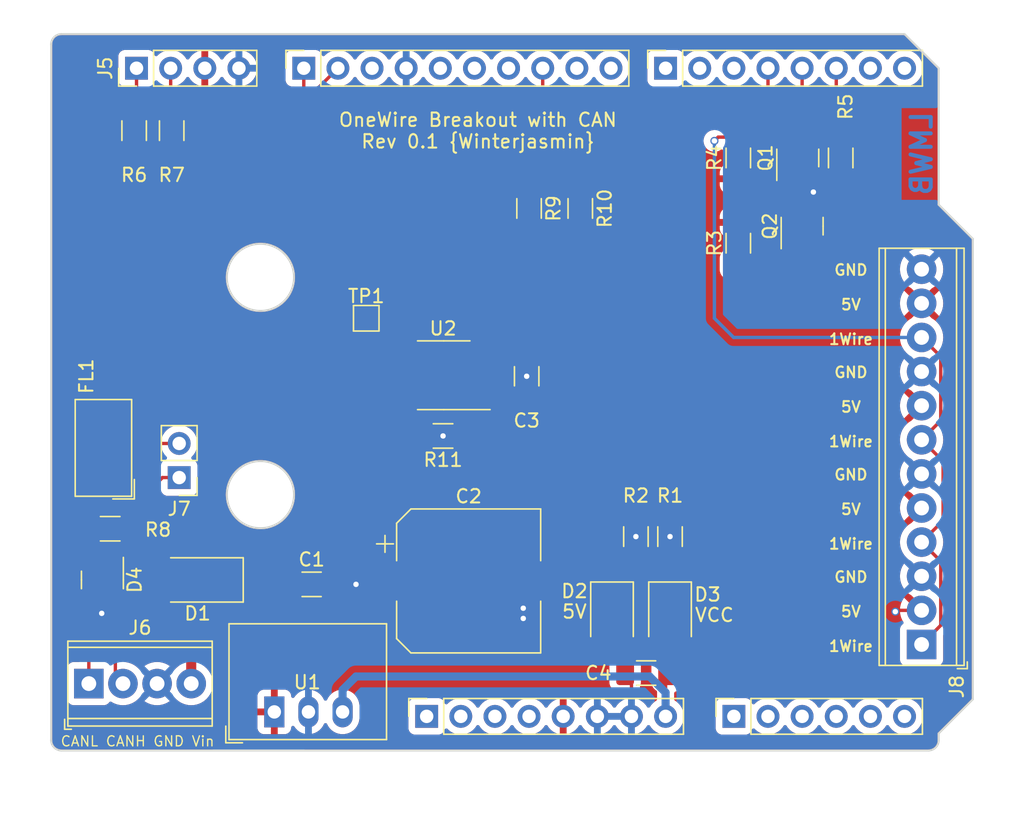
<source format=kicad_pcb>
(kicad_pcb (version 20240108) (generator "pcbnew") (generator_version "8.0")
  (title_block (date "mar. 31 mars 2015"))
  (layers (0 "F.Cu" signal) (31 "B.Cu" signal) (34 "B.Paste" user) (35 "F.Paste" user) (36 "B.SilkS" user "B.Silkscreen") (37 "F.SilkS" user "F.Silkscreen") (38 "B.Mask" user) (39 "F.Mask" user) (44 "Edge.Cuts" user))
  (net 0 "")
  (net 1 "GND")
  (net 3 "+5V")
  (net 4 "/IOREF")
  (net 5 "/A0")
  (net 6 "/A1")
  (net 7 "/A2")
  (net 8 "/A3")
  (net 9 "/SDA{slash}A4")
  (net 10 "/SCL{slash}A5")
  (net 11 "/13")
  (net 12 "/12")
  (net 13 "/AREF")
  (net 14 "/8")
  (net 15 "/7")
  (net 16 "/*11")
  (net 17 "/*10")
  (net 18 "/*9")
  (net 19 "/4")
  (net 20 "Net-(C1-Pad1)")
  (net 21 "/*6")
  (net 22 "/*5")
  (net 23 "/TX{slash}1")
  (net 24 "1WireRX")
  (net 25 "/RX{slash}0")
  (net 26 "+3V3")
  (net 27 "VCC")
  (net 28 "/~{RESET}")
  (net 29 "1WireTX")
  (net 30 "VPP")
  (net 31 "Net-(D2-Pad1)")
  (net 32 "Net-(D3-Pad1)")
  (net 33 "CAN_H")
  (net 34 "CAN_L")
  (net 35 "Net-(FL1-Pad2)")
  (net 36 "Net-(FL1-Pad3)")
  (net 37 "Net-(J5-Pad1)")
  (net 38 "Net-(J5-Pad2)")
  (net 39 "Net-(J7-Pad1)")
  (net 40 "Net-(Q1-Pad1)")
  (net 41 "Net-(Q2-Pad1)")
  (net 42 "Net-(R9-Pad2)")
  (net 43 "Net-(R10-Pad2)")
  (net 44 "Net-(R11-Pad1)")
  (net 45 "Net-(U2-Pad5)")
  (footprint "Connector_PinSocket_2.54mm:PinSocket_1x08_P2.54mm_Vertical" (layer "F.Cu") (at 127.94 97.46 90)
    (property "Reference" "J1" (hide yes))
    (property "Value" "Power")
    (fp_line (start 1.33 -1.33) (end 1.33 0) (stroke (width 0.12)) (layer "F.SilkS"))
    (fp_line (start 0 -1.33) (end 1.33 -1.33) (stroke (width 0.12)) (layer "F.SilkS"))
    (fp_line (start 1.33 1.27) (end 1.33 19.11) (stroke (width 0.12)) (layer "F.SilkS"))
    (fp_line (start -1.33 1.27) (end 1.33 1.27) (stroke (width 0.12)) (layer "F.SilkS"))
    (fp_line (start -1.33 1.27) (end -1.33 19.11) (stroke (width 0.12)) (layer "F.SilkS"))
    (fp_line (start -1.33 19.11) (end 1.33 19.11) (stroke (width 0.12)) (layer "F.SilkS"))
    (pad "1" thru_hole rect (at 0 0 90) (size 1.7 1.7) (drill 1) (layers "*.Cu" "*.Mask"))
    (pad "2" thru_hole oval (at 0 2.54 90) (size 1.7 1.7) (drill 1) (layers "*.Cu" "*.Mask") (net 4 "/IOREF"))
    (pad "3" thru_hole oval (at 0 5.08 90) (size 1.7 1.7) (drill 1) (layers "*.Cu" "*.Mask") (net 28 "/~{RESET}"))
    (pad "4" thru_hole oval (at 0 7.62 90) (size 1.7 1.7) (drill 1) (layers "*.Cu" "*.Mask") (net 26 "+3V3"))
    (pad "5" thru_hole oval (at 0 10.16 90) (size 1.7 1.7) (drill 1) (layers "*.Cu" "*.Mask") (net 3 "+5V"))
    (pad "6" thru_hole oval (at 0 12.7 90) (size 1.7 1.7) (drill 1) (layers "*.Cu" "*.Mask") (net 1 "GND"))
    (pad "7" thru_hole oval (at 0 15.24 90) (size 1.7 1.7) (drill 1) (layers "*.Cu" "*.Mask") (net 1 "GND"))
    (pad "8" thru_hole oval (at 0 17.78 90) (size 1.7 1.7) (drill 1) (layers "*.Cu" "*.Mask") (net 27 "VCC"))
  )
  (footprint "Connector_PinSocket_2.54mm:PinSocket_1x06_P2.54mm_Vertical" (layer "F.Cu") (at 150.8 97.46 90)
    (property "Reference" "J3" (hide yes))
    (property "Value" "Analog")
    (fp_line (start 1.33 -1.33) (end 1.33 0) (stroke (width 0.12)) (layer "F.SilkS"))
    (fp_line (start 0 -1.33) (end 1.33 -1.33) (stroke (width 0.12)) (layer "F.SilkS"))
    (fp_line (start 1.33 1.27) (end 1.33 14.03) (stroke (width 0.12)) (layer "F.SilkS"))
    (fp_line (start -1.33 1.27) (end 1.33 1.27) (stroke (width 0.12)) (layer "F.SilkS"))
    (fp_line (start -1.33 1.27) (end -1.33 14.03) (stroke (width 0.12)) (layer "F.SilkS"))
    (fp_line (start -1.33 14.03) (end 1.33 14.03) (stroke (width 0.12)) (layer "F.SilkS"))
    (pad "1" thru_hole rect (at 0 0 90) (size 1.7 1.7) (drill 1) (layers "*.Cu" "*.Mask") (net 5 "/A0"))
    (pad "2" thru_hole oval (at 0 2.54 90) (size 1.7 1.7) (drill 1) (layers "*.Cu" "*.Mask") (net 6 "/A1"))
    (pad "3" thru_hole oval (at 0 5.08 90) (size 1.7 1.7) (drill 1) (layers "*.Cu" "*.Mask") (net 7 "/A2"))
    (pad "4" thru_hole oval (at 0 7.62 90) (size 1.7 1.7) (drill 1) (layers "*.Cu" "*.Mask") (net 8 "/A3"))
    (pad "5" thru_hole oval (at 0 10.16 90) (size 1.7 1.7) (drill 1) (layers "*.Cu" "*.Mask") (net 9 "/SDA{slash}A4"))
    (pad "6" thru_hole oval (at 0 12.7 90) (size 1.7 1.7) (drill 1) (layers "*.Cu" "*.Mask") (net 10 "/SCL{slash}A5"))
  )
  (footprint "Connector_PinSocket_2.54mm:PinSocket_1x10_P2.54mm_Vertical" (layer "F.Cu") (at 118.796 49.2 90)
    (property "Reference" "J2" (hide yes))
    (property "Value" "Digital/PWM")
    (fp_line (start 1.33 -1.33) (end 1.33 0) (stroke (width 0.12)) (layer "F.SilkS"))
    (fp_line (start 0 -1.33) (end 1.33 -1.33) (stroke (width 0.12)) (layer "F.SilkS"))
    (fp_line (start 1.33 1.27) (end 1.33 24.19) (stroke (width 0.12)) (layer "F.SilkS"))
    (fp_line (start -1.33 1.27) (end 1.33 1.27) (stroke (width 0.12)) (layer "F.SilkS"))
    (fp_line (start -1.33 1.27) (end -1.33 24.19) (stroke (width 0.12)) (layer "F.SilkS"))
    (fp_line (start -1.33 24.19) (end 1.33 24.19) (stroke (width 0.12)) (layer "F.SilkS"))
    (pad "1" thru_hole rect (at 0 0 90) (size 1.7 1.7) (drill 1) (layers "*.Cu" "*.Mask") (net 10 "/SCL{slash}A5"))
    (pad "2" thru_hole oval (at 0 2.54 90) (size 1.7 1.7) (drill 1) (layers "*.Cu" "*.Mask") (net 9 "/SDA{slash}A4"))
    (pad "3" thru_hole oval (at 0 5.08 90) (size 1.7 1.7) (drill 1) (layers "*.Cu" "*.Mask") (net 13 "/AREF"))
    (pad "4" thru_hole oval (at 0 7.62 90) (size 1.7 1.7) (drill 1) (layers "*.Cu" "*.Mask") (net 1 "GND"))
    (pad "5" thru_hole oval (at 0 10.16 90) (size 1.7 1.7) (drill 1) (layers "*.Cu" "*.Mask") (net 11 "/13"))
    (pad "6" thru_hole oval (at 0 12.7 90) (size 1.7 1.7) (drill 1) (layers "*.Cu" "*.Mask") (net 12 "/12"))
    (pad "7" thru_hole oval (at 0 15.24 90) (size 1.7 1.7) (drill 1) (layers "*.Cu" "*.Mask") (net 16 "/*11"))
    (pad "8" thru_hole oval (at 0 17.78 90) (size 1.7 1.7) (drill 1) (layers "*.Cu" "*.Mask") (net 17 "/*10"))
    (pad "9" thru_hole oval (at 0 20.32 90) (size 1.7 1.7) (drill 1) (layers "*.Cu" "*.Mask") (net 18 "/*9"))
    (pad "10" thru_hole oval (at 0 22.86 90) (size 1.7 1.7) (drill 1) (layers "*.Cu" "*.Mask") (net 14 "/8"))
  )
  (footprint "Connector_PinSocket_2.54mm:PinSocket_1x08_P2.54mm_Vertical" (layer "F.Cu") (at 145.72 49.2 90)
    (property "Reference" "J4" (hide yes))
    (property "Value" "Digital/PWM")
    (fp_line (start 1.33 -1.33) (end 1.33 0) (stroke (width 0.12)) (layer "F.SilkS"))
    (fp_line (start 0 -1.33) (end 1.33 -1.33) (stroke (width 0.12)) (layer "F.SilkS"))
    (fp_line (start 1.33 1.27) (end 1.33 19.11) (stroke (width 0.12)) (layer "F.SilkS"))
    (fp_line (start -1.33 1.27) (end 1.33 1.27) (stroke (width 0.12)) (layer "F.SilkS"))
    (fp_line (start -1.33 1.27) (end -1.33 19.11) (stroke (width 0.12)) (layer "F.SilkS"))
    (fp_line (start -1.33 19.11) (end 1.33 19.11) (stroke (width 0.12)) (layer "F.SilkS"))
    (pad "1" thru_hole rect (at 0 0 90) (size 1.7 1.7) (drill 1) (layers "*.Cu" "*.Mask") (net 15 "/7"))
    (pad "2" thru_hole oval (at 0 2.54 90) (size 1.7 1.7) (drill 1) (layers "*.Cu" "*.Mask") (net 21 "/*6"))
    (pad "3" thru_hole oval (at 0 5.08 90) (size 1.7 1.7) (drill 1) (layers "*.Cu" "*.Mask") (net 22 "/*5"))
    (pad "4" thru_hole oval (at 0 7.62 90) (size 1.7 1.7) (drill 1) (layers "*.Cu" "*.Mask") (net 19 "/4"))
    (pad "5" thru_hole oval (at 0 10.16 90) (size 1.7 1.7) (drill 1) (layers "*.Cu" "*.Mask") (net 24 "1WireRX"))
    (pad "6" thru_hole oval (at 0 12.7 90) (size 1.7 1.7) (drill 1) (layers "*.Cu" "*.Mask") (net 29 "1WireTX"))
    (pad "7" thru_hole oval (at 0 15.24 90) (size 1.7 1.7) (drill 1) (layers "*.Cu" "*.Mask") (net 23 "/TX{slash}1"))
    (pad "8" thru_hole oval (at 0 17.78 90) (size 1.7 1.7) (drill 1) (layers "*.Cu" "*.Mask") (net 25 "/RX{slash}0"))
  )
  (footprint "Connector_PinHeader_2.54mm:PinHeader_1x04_P2.54mm_Vertical" (layer "F.Cu") (at 106.35 49.2 90)
    (property "Reference" "J5" (at 0 -2.33 90) (layer "F.SilkS"))
    (property "Value" "Conn_01x04")
    (fp_line (start -1.33 -1.33) (end 0 -1.33) (stroke (width 0.12)) (layer "F.SilkS"))
    (fp_line (start -1.33 0) (end -1.33 -1.33) (stroke (width 0.12)) (layer "F.SilkS"))
    (fp_line (start 1.33 1.27) (end 1.33 8.95) (stroke (width 0.12)) (layer "F.SilkS"))
    (fp_line (start -1.33 1.27) (end 1.33 1.27) (stroke (width 0.12)) (layer "F.SilkS"))
    (fp_line (start -1.33 1.27) (end -1.33 8.95) (stroke (width 0.12)) (layer "F.SilkS"))
    (fp_line (start -1.33 8.95) (end 1.33 8.95) (stroke (width 0.12)) (layer "F.SilkS"))
    (pad "1" thru_hole rect (at 0 0 90) (size 1.7 1.7) (drill 1) (layers "*.Cu" "*.Mask") (net 37 "Net-(J5-Pad1)"))
    (pad "2" thru_hole oval (at 0 2.54 90) (size 1.7 1.7) (drill 1) (layers "*.Cu" "*.Mask") (net 38 "Net-(J5-Pad2)"))
    (pad "3" thru_hole oval (at 0 5.08 90) (size 1.7 1.7) (drill 1) (layers "*.Cu" "*.Mask") (net 3 "+5V"))
    (pad "4" thru_hole oval (at 0 7.62 90) (size 1.7 1.7) (drill 1) (layers "*.Cu" "*.Mask") (net 1 "GND"))
  )
  (footprint "Resistor_SMD:R_1206_3216Metric_Pad1.30x1.75mm_HandSolder" (layer "F.Cu") (at 146.05 84.074 90)
    (property "Reference" "R1" (at 3.048 0 180) (layer "F.SilkS"))
    (property "Value" "10k")
    (fp_line (start -0.727064 -0.91) (end 0.727064 -0.91) (stroke (width 0.12)) (layer "F.SilkS"))
    (fp_line (start -0.727064 0.91) (end 0.727064 0.91) (stroke (width 0.12)) (layer "F.SilkS"))
    (pad "1" smd roundrect (at -1.55 0 90) (size 1.3 1.75) (layers "F.Cu" "F.Paste" "F.Mask") (roundrect_rratio 0.1923076923) (net 32 "Net-(D3-Pad1)"))
    (pad "2" smd roundrect (at 1.55 0 90) (size 1.3 1.75) (layers "F.Cu" "F.Paste" "F.Mask") (roundrect_rratio 0.1923076923) (net 1 "GND"))
  )
  (footprint "LED_SMD:LED_1210_3225Metric_Pad1.42x2.65mm_HandSolder" (layer "F.Cu") (at 146.05 89.916 -90)
    (property "Reference" "D3" (at -1.524 -2.794 0) (layer "F.SilkS"))
    (property "Value" "LED_YE")
    (fp_line (start -2.46 1.585) (end 1.6 1.585) (stroke (width 0.12)) (layer "F.SilkS"))
    (fp_line (start -2.46 -1.585) (end -2.46 1.585) (stroke (width 0.12)) (layer "F.SilkS"))
    (fp_line (start 1.6 -1.585) (end -2.46 -1.585) (stroke (width 0.12)) (layer "F.SilkS"))
    (pad "1" smd roundrect (at -1.4875 0 270) (size 1.425 2.65) (layers "F.Cu" "F.Paste" "F.Mask") (roundrect_rratio 0.1754392982) (net 32 "Net-(D3-Pad1)"))
    (pad "2" smd roundrect (at 1.4875 0 270) (size 1.425 2.65) (layers "F.Cu" "F.Paste" "F.Mask") (roundrect_rratio 0.1754392982) (net 27 "VCC"))
  )
  (footprint "Resistor_SMD:R_1206_3216Metric_Pad1.30x1.75mm_HandSolder" (layer "F.Cu") (at 135.56 59.640001 -90)
    (property "Reference" "R9" (at 0 -1.82 90) (layer "F.SilkS"))
    (property "Value" "0")
    (fp_line (start -0.727064 0.91) (end 0.727064 0.91) (stroke (width 0.12)) (layer "F.SilkS"))
    (fp_line (start -0.727064 -0.91) (end 0.727064 -0.91) (stroke (width 0.12)) (layer "F.SilkS"))
    (pad "1" smd roundrect (at -1.55 0 270) (size 1.3 1.75) (layers "F.Cu" "F.Paste" "F.Mask") (roundrect_rratio 0.1923076923) (net 17 "/*10"))
    (pad "2" smd roundrect (at 1.55 0 270) (size 1.3 1.75) (layers "F.Cu" "F.Paste" "F.Mask") (roundrect_rratio 0.1923076923) (net 42 "Net-(R9-Pad2)"))
  )
  (footprint "Resistor_SMD:R_1206_3216Metric_Pad1.30x1.75mm_HandSolder" (layer "F.Cu") (at 143.51 84.074 90)
    (property "Reference" "R2" (at 3.048 0 180) (layer "F.SilkS"))
    (property "Value" "3k3")
    (fp_line (start -0.727064 -0.91) (end 0.727064 -0.91) (stroke (width 0.12)) (layer "F.SilkS"))
    (fp_line (start -0.727064 0.91) (end 0.727064 0.91) (stroke (width 0.12)) (layer "F.SilkS"))
    (pad "1" smd roundrect (at -1.55 0 90) (size 1.3 1.75) (layers "F.Cu" "F.Paste" "F.Mask") (roundrect_rratio 0.1923076923) (net 31 "Net-(D2-Pad1)"))
    (pad "2" smd roundrect (at 1.55 0 90) (size 1.3 1.75) (layers "F.Cu" "F.Paste" "F.Mask") (roundrect_rratio 0.1923076923) (net 1 "GND"))
  )
  (footprint "Resistor_SMD:R_1206_3216Metric_Pad1.30x1.75mm_HandSolder" (layer "F.Cu") (at 106.172 53.848 90)
    (property "Reference" "R6" (at -3.302 0 0) (layer "F.SilkS"))
    (property "Value" "47")
    (fp_line (start -0.727064 -0.91) (end 0.727064 -0.91) (stroke (width 0.12)) (layer "F.SilkS"))
    (fp_line (start -0.727064 0.91) (end 0.727064 0.91) (stroke (width 0.12)) (layer "F.SilkS"))
    (pad "1" smd roundrect (at -1.55 0 90) (size 1.3 1.75) (layers "F.Cu" "F.Paste" "F.Mask") (roundrect_rratio 0.1923076923) (net 9 "/SDA{slash}A4"))
    (pad "2" smd roundrect (at 1.55 0 90) (size 1.3 1.75) (layers "F.Cu" "F.Paste" "F.Mask") (roundrect_rratio 0.1923076923) (net 37 "Net-(J5-Pad1)"))
  )
  (footprint "TerminalBlock_Phoenix:TerminalBlock_Phoenix_MPT-0,5-4-2.54_1x04_P2.54mm_Horizontal" (layer "F.Cu") (at 102.8 95.02)
    (property "Reference" "J6" (at 3.81 -4.16 0) (layer "F.SilkS"))
    (property "Value" "Conn_01x04")
    (fp_line (start -1.8 2.66) (end -1.8 3.4) (stroke (width 0.12)) (layer "F.SilkS"))
    (fp_line (start -1.8 3.4) (end -1.3 3.4) (stroke (width 0.12)) (layer "F.SilkS"))
    (fp_line (start -1.56 -3.16) (end -1.56 3.16) (stroke (width 0.12)) (layer "F.SilkS"))
    (fp_line (start -1.56 -3.16) (end 9.18 -3.16) (stroke (width 0.12)) (layer "F.SilkS"))
    (fp_line (start -1.56 -2.7) (end 9.18 -2.7) (stroke (width 0.12)) (layer "F.SilkS"))
    (fp_line (start -1.56 2.6) (end 9.18 2.6) (stroke (width 0.12)) (layer "F.SilkS"))
    (fp_line (start -1.56 3.16) (end 9.18 3.16) (stroke (width 0.12)) (layer "F.SilkS"))
    (fp_line (start 9.18 -3.16) (end 9.18 3.16) (stroke (width 0.12)) (layer "F.SilkS"))
    (pad "1" thru_hole rect (at 0 0) (size 2.2 2.2) (drill 1.1) (layers "*.Cu" "*.Mask") (net 34 "CAN_L"))
    (pad "2" thru_hole circle (at 2.54 0) (size 2.2 2.2) (drill 1.1) (layers "*.Cu" "*.Mask") (net 33 "CAN_H"))
    (pad "3" thru_hole circle (at 5.08 0) (size 2.2 2.2) (drill 1.1) (layers "*.Cu" "*.Mask") (net 1 "GND"))
    (pad "4" thru_hole circle (at 7.62 0) (size 2.2 2.2) (drill 1.1) (layers "*.Cu" "*.Mask") (net 30 "VPP"))
  )
  (footprint "Package_TO_SOT_SMD:SOT-23" (layer "F.Cu") (at 155.555 55.88 90)
    (property "Reference" "Q1" (at 0 -2.4 90) (layer "F.SilkS"))
    (property "Value" "BC847")
    (fp_line (start 0 -1.56) (end 0.65 -1.56) (stroke (width 0.12)) (layer "F.SilkS"))
    (fp_line (start 0 -1.56) (end -1.675 -1.56) (stroke (width 0.12)) (layer "F.SilkS"))
    (fp_line (start 0 1.56) (end 0.65 1.56) (stroke (width 0.12)) (layer "F.SilkS"))
    (fp_line (start 0 1.56) (end -0.65 1.56) (stroke (width 0.12)) (layer "F.SilkS"))
    (pad "1" smd roundrect (at -0.9375 -0.95 90) (size 1.475 0.6) (layers "F.Cu" "F.Paste" "F.Mask") (net 40 "Net-(Q1-Pad1)"))
    (pad "2" smd roundrect (at -0.9375 0.95 90) (size 1.475 0.6) (layers "F.Cu" "F.Paste" "F.Mask") (net 1 "GND"))
    (pad "3" smd roundrect (at 0.9375 0 90) (size 1.475 0.6) (layers "F.Cu" "F.Paste" "F.Mask") (net 24 "1WireRX"))
  )
  (footprint "Connector_PinHeader_2.54mm:PinHeader_1x02_P2.54mm_Vertical" (layer "F.Cu") (at 109.525 79.68 180)
    (property "Reference" "J7" (at 0 -2.33 0) (layer "F.SilkS"))
    (property "Value" "Conn_01x02_Male")
    (fp_line (start 1.33 1.27) (end 1.33 3.87) (stroke (width 0.12)) (layer "F.SilkS"))
    (fp_line (start -1.33 3.87) (end 1.33 3.87) (stroke (width 0.12)) (layer "F.SilkS"))
    (fp_line (start -1.33 1.27) (end 1.33 1.27) (stroke (width 0.12)) (layer "F.SilkS"))
    (fp_line (start -1.33 1.27) (end -1.33 3.87) (stroke (width 0.12)) (layer "F.SilkS"))
    (fp_line (start -1.33 0) (end -1.33 -1.33) (stroke (width 0.12)) (layer "F.SilkS"))
    (fp_line (start -1.33 -1.33) (end 0 -1.33) (stroke (width 0.12)) (layer "F.SilkS"))
    (pad "1" thru_hole rect (at 0 0 180) (size 1.7 1.7) (drill 1) (layers "*.Cu" "*.Mask") (net 39 "Net-(J7-Pad1)"))
    (pad "2" thru_hole oval (at 0 2.54 180) (size 1.7 1.7) (drill 1) (layers "*.Cu" "*.Mask") (net 33 "CAN_H"))
  )
  (footprint "Diode_SMD:D_SMA" (layer "F.Cu") (at 110.89 87.3 180)
    (property "Reference" "D1" (at 0 -2.5 0) (layer "F.SilkS"))
    (property "Value" "US1D")
    (fp_line (start -3.4 1.65) (end 2 1.65) (stroke (width 0.12)) (layer "F.SilkS"))
    (fp_line (start -3.4 -1.65) (end 2 -1.65) (stroke (width 0.12)) (layer "F.SilkS"))
    (fp_line (start -3.4 -1.65) (end -3.4 1.65) (stroke (width 0.12)) (layer "F.SilkS"))
    (pad "1" smd rect (at -2 0 180) (size 2.5 1.8) (layers "F.Cu" "F.Paste" "F.Mask") (net 20 "Net-(C1-Pad1)"))
    (pad "2" smd rect (at 2 0 180) (size 2.5 1.8) (layers "F.Cu" "F.Paste" "F.Mask") (net 30 "VPP"))
  )
  (footprint "Package_SO:SOIC-8_3.9x4.9mm_P1.27mm" (layer "F.Cu") (at 129.21 72.06 180)
    (property "Reference" "U2" (at 0.051 3.48 0) (layer "F.SilkS"))
    (property "Value" "MCP2551-I-SN")
    (fp_line (start 0 2.56) (end 1.95 2.56) (stroke (width 0.12)) (layer "F.SilkS"))
    (fp_line (start 0 2.56) (end -1.95 2.56) (stroke (width 0.12)) (layer "F.SilkS"))
    (fp_line (start 0 -2.56) (end 1.95 -2.56) (stroke (width 0.12)) (layer "F.SilkS"))
    (fp_line (start 0 -2.56) (end -3.45 -2.56) (stroke (width 0.12)) (layer "F.SilkS"))
    (pad "1" smd roundrect (at -2.475 -1.905 180) (size 1.95 0.6) (layers "F.Cu" "F.Paste" "F.Mask") (net 42 "Net-(R9-Pad2)"))
    (pad "2" smd roundrect (at -2.475 -0.635 180) (size 1.95 0.6) (layers "F.Cu" "F.Paste" "F.Mask") (net 1 "GND"))
    (pad "3" smd roundrect (at -2.475 0.635 180) (size 1.95 0.6) (layers "F.Cu" "F.Paste" "F.Mask") (net 3 "+5V"))
    (pad "4" smd roundrect (at -2.475 1.905 180) (size 1.95 0.6) (layers "F.Cu" "F.Paste" "F.Mask") (net 43 "Net-(R10-Pad2)"))
    (pad "5" smd roundrect (at 2.475 1.905 180) (size 1.95 0.6) (layers "F.Cu" "F.Paste" "F.Mask") (net 45 "Net-(U2-Pad5)"))
    (pad "6" smd roundrect (at 2.475 0.635 180) (size 1.95 0.6) (layers "F.Cu" "F.Paste" "F.Mask") (net 36 "Net-(FL1-Pad3)"))
    (pad "7" smd roundrect (at 2.475 -0.635 180) (size 1.95 0.6) (layers "F.Cu" "F.Paste" "F.Mask") (net 35 "Net-(FL1-Pad2)"))
    (pad "8" smd roundrect (at 2.475 -1.905 180) (size 1.95 0.6) (layers "F.Cu" "F.Paste" "F.Mask") (net 44 "Net-(R11-Pad1)"))
  )
  (footprint "Resistor_SMD:R_1206_3216Metric_Pad1.30x1.75mm_HandSolder" (layer "F.Cu") (at 151.13 55.88 90)
    (property "Reference" "R3" (at -6.35 -1.778 90) (layer "F.SilkS"))
    (property "Value" "4k7")
    (fp_line (start -0.727064 -0.91) (end 0.727064 -0.91) (stroke (width 0.12)) (layer "F.SilkS"))
    (fp_line (start -0.727064 0.91) (end 0.727064 0.91) (stroke (width 0.12)) (layer "F.SilkS"))
    (pad "1" smd roundrect (at -1.55 0 90) (size 1.3 1.75) (layers "F.Cu" "F.Paste" "F.Mask") (roundrect_rratio 0.1923076923) (net 3 "+5V"))
    (pad "2" smd roundrect (at 1.55 0 90) (size 1.3 1.75) (layers "F.Cu" "F.Paste" "F.Mask") (roundrect_rratio 0.1923076923) (net 24 "1WireRX"))
  )
  (footprint "Package_TO_SOT_SMD:SOT-23" (layer "F.Cu") (at 155.88 60.96 90)
    (property "Reference" "Q2" (at 0 -2.4 90) (layer "F.SilkS"))
    (property "Value" "BC847")
    (fp_line (start 0 -1.56) (end 0.65 -1.56) (stroke (width 0.12)) (layer "F.SilkS"))
    (fp_line (start 0 -1.56) (end -1.675 -1.56) (stroke (width 0.12)) (layer "F.SilkS"))
    (fp_line (start 0 1.56) (end 0.65 1.56) (stroke (width 0.12)) (layer "F.SilkS"))
    (fp_line (start 0 1.56) (end -0.65 1.56) (stroke (width 0.12)) (layer "F.SilkS"))
    (pad "1" smd roundrect (at -0.9375 -0.95 90) (size 1.475 0.6) (layers "F.Cu" "F.Paste" "F.Mask") (net 41 "Net-(Q2-Pad1)"))
    (pad "2" smd roundrect (at -0.9375 0.95 90) (size 1.475 0.6) (layers "F.Cu" "F.Paste" "F.Mask") (net 1 "GND"))
    (pad "3" smd roundrect (at 0.9375 0 90) (size 1.475 0.6) (layers "F.Cu" "F.Paste" "F.Mask") (net 40 "Net-(Q1-Pad1)"))
  )
  (footprint "Resistor_SMD:R_1206_3216Metric_Pad1.30x1.75mm_HandSolder" (layer "F.Cu") (at 139.37 59.640001 -90)
    (property "Reference" "R10" (at 0 -1.82 90) (layer "F.SilkS"))
    (property "Value" "0")
    (fp_line (start -0.727064 0.91) (end 0.727064 0.91) (stroke (width 0.12)) (layer "F.SilkS"))
    (fp_line (start -0.727064 -0.91) (end 0.727064 -0.91) (stroke (width 0.12)) (layer "F.SilkS"))
    (pad "1" smd roundrect (at -1.55 0 270) (size 1.3 1.75) (layers "F.Cu" "F.Paste" "F.Mask") (roundrect_rratio 0.1923076923) (net 19 "/4"))
    (pad "2" smd roundrect (at 1.55 0 270) (size 1.3 1.75) (layers "F.Cu" "F.Paste" "F.Mask") (roundrect_rratio 0.1923076923) (net 43 "Net-(R10-Pad2)"))
  )
  (footprint "Resistor_SMD:R_1206_3216Metric_Pad1.30x1.75mm_HandSolder" (layer "F.Cu") (at 129.159 76.581)
    (property "Reference" "R11" (at 0 1.778 180) (layer "F.SilkS"))
    (property "Value" "22k")
    (fp_line (start -0.727064 -0.91) (end 0.727064 -0.91) (stroke (width 0.12)) (layer "F.SilkS"))
    (fp_line (start -0.727064 0.91) (end 0.727064 0.91) (stroke (width 0.12)) (layer "F.SilkS"))
    (pad "1" smd roundrect (at -1.55 0) (size 1.3 1.75) (layers "F.Cu" "F.Paste" "F.Mask") (roundrect_rratio 0.1923076923) (net 44 "Net-(R11-Pad1)"))
    (pad "2" smd roundrect (at 1.55 0) (size 1.3 1.75) (layers "F.Cu" "F.Paste" "F.Mask") (roundrect_rratio 0.1923076923) (net 1 "GND"))
  )
  (footprint "Capacitor_SMD:C_1206_3216Metric_Pad1.33x1.80mm_HandSolder" (layer "F.Cu") (at 135.382 72.136 90)
    (property "Reference" "C3" (at -3.302 0 180) (layer "F.SilkS"))
    (property "Value" "100n")
    (fp_line (start -0.711252 -0.91) (end 0.711252 -0.91) (stroke (width 0.12)) (layer "F.SilkS"))
    (fp_line (start -0.711252 0.91) (end 0.711252 0.91) (stroke (width 0.12)) (layer "F.SilkS"))
    (pad "1" smd roundrect (at -1.5625 0 90) (size 1.325 1.8) (layers "F.Cu" "F.Paste" "F.Mask") (roundrect_rratio 0.1886792453) (net 1 "GND"))
    (pad "2" smd roundrect (at 1.5625 0 90) (size 1.325 1.8) (layers "F.Cu" "F.Paste" "F.Mask") (roundrect_rratio 0.1886792453) (net 3 "+5V"))
  )
  (footprint "TerminalBlock_Phoenix:TerminalBlock_Phoenix_MPT-0,5-12-2.54_1x12_P2.54mm_Horizontal" (layer "F.Cu") (at 164.77 92.106 90)
    (property "Reference" "J8" (at -3.144 2.616 90) (layer "F.SilkS"))
    (property "Value" "Conn_01x12")
    (fp_line (start 29.501 -3.16) (end 29.501 3.16) (stroke (width 0.12)) (layer "F.SilkS"))
    (fp_line (start -1.56 -3.16) (end 29.501 -3.16) (stroke (width 0.12)) (layer "F.SilkS"))
    (fp_line (start -1.56 -3.16) (end -1.56 3.16) (stroke (width 0.12)) (layer "F.SilkS"))
    (fp_line (start -1.56 -2.7) (end 29.501 -2.7) (stroke (width 0.12)) (layer "F.SilkS"))
    (fp_line (start -1.56 2.6) (end 29.501 2.6) (stroke (width 0.12)) (layer "F.SilkS"))
    (fp_line (start -1.8 2.66) (end -1.8 3.4) (stroke (width 0.12)) (layer "F.SilkS"))
    (fp_line (start -1.56 3.16) (end 29.501 3.16) (stroke (width 0.12)) (layer "F.SilkS"))
    (fp_line (start -1.8 3.4) (end -1.3 3.4) (stroke (width 0.12)) (layer "F.SilkS"))
    (pad "1" thru_hole rect (at 0 0 90) (size 2.2 2.2) (drill 1.1) (layers "*.Cu" "*.Mask") (net 24 "1WireRX"))
    (pad "2" thru_hole circle (at 2.54 0 90) (size 2.2 2.2) (drill 1.1) (layers "*.Cu" "*.Mask") (net 3 "+5V"))
    (pad "3" thru_hole circle (at 5.08 0 90) (size 2.2 2.2) (drill 1.1) (layers "*.Cu" "*.Mask") (net 1 "GND"))
    (pad "4" thru_hole circle (at 7.62 0 90) (size 2.2 2.2) (drill 1.1) (layers "*.Cu" "*.Mask") (net 24 "1WireRX"))
    (pad "5" thru_hole circle (at 10.16 0 90) (size 2.2 2.2) (drill 1.1) (layers "*.Cu" "*.Mask") (net 3 "+5V"))
    (pad "6" thru_hole circle (at 12.7 0 90) (size 2.2 2.2) (drill 1.1) (layers "*.Cu" "*.Mask") (net 1 "GND"))
    (pad "7" thru_hole circle (at 15.24 0 90) (size 2.2 2.2) (drill 1.1) (layers "*.Cu" "*.Mask") (net 24 "1WireRX"))
    (pad "8" thru_hole circle (at 17.78 0 90) (size 2.2 2.2) (drill 1.1) (layers "*.Cu" "*.Mask") (net 3 "+5V"))
    (pad "9" thru_hole circle (at 20.32 0 90) (size 2.2 2.2) (drill 1.1) (layers "*.Cu" "*.Mask") (net 1 "GND"))
    (pad "10" thru_hole circle (at 22.86 0 90) (size 2.2 2.2) (drill 1.1) (layers "*.Cu" "*.Mask") (net 24 "1WireRX"))
    (pad "11" thru_hole circle (at 25.4 0 90) (size 2.2 2.2) (drill 1.1) (layers "*.Cu" "*.Mask") (net 3 "+5V"))
    (pad "12" thru_hole circle (at 27.94 0 90) (size 2.2 2.2) (drill 1.1) (layers "*.Cu" "*.Mask") (net 1 "GND"))
  )
  (footprint "LED_SMD:LED_1210_3225Metric_Pad1.42x2.65mm_HandSolder" (layer "F.Cu") (at 141.732 89.916 -90)
    (property "Reference" "D2" (at -1.778 2.794 0) (layer "F.SilkS"))
    (property "Value" "LED_YE")
    (fp_line (start -2.46 1.585) (end 1.6 1.585) (stroke (width 0.12)) (layer "F.SilkS"))
    (fp_line (start -2.46 -1.585) (end -2.46 1.585) (stroke (width 0.12)) (layer "F.SilkS"))
    (fp_line (start 1.6 -1.585) (end -2.46 -1.585) (stroke (width 0.12)) (layer "F.SilkS"))
    (pad "1" smd roundrect (at -1.4875 0 270) (size 1.425 2.65) (layers "F.Cu" "F.Paste" "F.Mask") (roundrect_rratio 0.1754392982) (net 31 "Net-(D2-Pad1)"))
    (pad "2" smd roundrect (at 1.4875 0 270) (size 1.425 2.65) (layers "F.Cu" "F.Paste" "F.Mask") (roundrect_rratio 0.1754392982) (net 3 "+5V"))
  )
  (footprint "Package_TO_SOT_SMD:SOT-23" (layer "F.Cu") (at 103.81 87.3 -90)
    (property "Reference" "D4" (at 0 -2.4 90) (layer "F.SilkS"))
    (property "Value" "SP0502BAHT")
    (fp_line (start 0 1.56) (end -0.65 1.56) (stroke (width 0.12)) (layer "F.SilkS"))
    (fp_line (start 0 1.56) (end 0.65 1.56) (stroke (width 0.12)) (layer "F.SilkS"))
    (fp_line (start 0 -1.56) (end -1.675 -1.56) (stroke (width 0.12)) (layer "F.SilkS"))
    (fp_line (start 0 -1.56) (end 0.65 -1.56) (stroke (width 0.12)) (layer "F.SilkS"))
    (pad "1" smd roundrect (at -0.9375 -0.95 270) (size 1.475 0.6) (layers "F.Cu" "F.Paste" "F.Mask") (net 33 "CAN_H"))
    (pad "2" smd roundrect (at -0.9375 0.95 270) (size 1.475 0.6) (layers "F.Cu" "F.Paste" "F.Mask") (net 34 "CAN_L"))
    (pad "3" smd roundrect (at 0.9375 0 270) (size 1.475 0.6) (layers "F.Cu" "F.Paste" "F.Mask") (net 1 "GND"))
  )
  (footprint "Resistor_SMD:R_1206_3216Metric_Pad1.30x1.75mm_HandSolder" (layer "F.Cu") (at 158.75 55.88 -90)
    (property "Reference" "R5" (at -3.81 -0.36 90) (layer "F.SilkS"))
    (property "Value" "10k")
    (fp_line (start -0.727064 0.91) (end 0.727064 0.91) (stroke (width 0.12)) (layer "F.SilkS"))
    (fp_line (start -0.727064 -0.91) (end 0.727064 -0.91) (stroke (width 0.12)) (layer "F.SilkS"))
    (pad "1" smd roundrect (at -1.55 0 270) (size 1.3 1.75) (layers "F.Cu" "F.Paste" "F.Mask") (roundrect_rratio 0.1923076923) (net 29 "1WireTX"))
    (pad "2" smd roundrect (at 1.55 0 270) (size 1.3 1.75) (layers "F.Cu" "F.Paste" "F.Mask") (roundrect_rratio 0.1923076923) (net 41 "Net-(Q2-Pad1)"))
  )
  (footprint "Capacitor_SMD:C_1206_3216Metric_Pad1.33x1.80mm_HandSolder" (layer "F.Cu") (at 144.272 94.234 180)
    (property "Reference" "C4" (at 3.556 0 0) (layer "F.SilkS"))
    (property "Value" "100n")
    (fp_line (start -0.711252 0.91) (end 0.711252 0.91) (stroke (width 0.12)) (layer "F.SilkS"))
    (fp_line (start -0.711252 -0.91) (end 0.711252 -0.91) (stroke (width 0.12)) (layer "F.SilkS"))
    (pad "1" smd roundrect (at -1.5625 0 180) (size 1.325 1.8) (layers "F.Cu" "F.Paste" "F.Mask") (roundrect_rratio 0.1886792453) (net 27 "VCC"))
    (pad "2" smd roundrect (at 1.5625 0 180) (size 1.325 1.8) (layers "F.Cu" "F.Paste" "F.Mask") (roundrect_rratio 0.1886792453) (net 1 "GND"))
  )
  (footprint "Capacitor_SMD:C_1206_3216Metric_Pad1.33x1.80mm_HandSolder" (layer "F.Cu") (at 119.38 87.63)
    (property "Reference" "C1" (at 0 -1.85 0) (layer "F.SilkS"))
    (property "Value" "100n")
    (fp_line (start -0.711252 -0.91) (end 0.711252 -0.91) (stroke (width 0.12)) (layer "F.SilkS"))
    (fp_line (start -0.711252 0.91) (end 0.711252 0.91) (stroke (width 0.12)) (layer "F.SilkS"))
    (pad "1" smd roundrect (at -1.5625 0) (size 1.325 1.8) (layers "F.Cu" "F.Paste" "F.Mask") (roundrect_rratio 0.1886792453) (net 20 "Net-(C1-Pad1)"))
    (pad "2" smd roundrect (at 1.5625 0) (size 1.325 1.8) (layers "F.Cu" "F.Paste" "F.Mask") (roundrect_rratio 0.1886792453) (net 1 "GND"))
  )
  (footprint "CommonUsedElemetsLMWB:L_CommonModeChoke_CAN_lmwb" (layer "F.Cu") (at 103.886 77.47 180)
    (property "Reference" "FL1" (at 1.27 5.334 90) (layer "F.SilkS"))
    (property "Value" "WE_LineFilter_CAN")
    (fp_line (start 2.1 -3.6) (end 2.1 3.6) (stroke (width 0.12)) (layer "F.SilkS"))
    (fp_line (start -2.1 3.6) (end 2.1 3.6) (stroke (width 0.12)) (layer "F.SilkS"))
    (fp_line (start -2.1 -3.6) (end 2.1 -3.6) (stroke (width 0.12)) (layer "F.SilkS"))
    (fp_line (start -2.1 -3.6) (end -2.1 3.6) (stroke (width 0.12)) (layer "F.SilkS"))
    (fp_line (start -2.3 -3.8) (end -0.7 -3.8) (stroke (width 0.12)) (layer "F.SilkS"))
    (fp_line (start -2.3 -3.8) (end -2.3 -2.355) (stroke (width 0.12)) (layer "F.SilkS"))
    (pad "1" smd roundrect (at -1.145 -2.42 180) (size 1.71 2.16) (layers "F.Cu" "F.Paste" "F.Mask") (roundrect_rratio 0.05) (net 33 "CAN_H"))
    (pad "2" smd roundrect (at -1.145 2.42 180) (size 1.71 2.16) (layers "F.Cu" "F.Paste" "F.Mask") (roundrect_rratio 0.05) (net 35 "Net-(FL1-Pad2)"))
    (pad "3" smd roundrect (at 1.145 2.42 180) (size 1.71 2.16) (layers "F.Cu" "F.Paste" "F.Mask") (roundrect_rratio 0.05) (net 36 "Net-(FL1-Pad3)"))
    (pad "4" smd roundrect (at 1.145 -2.42 180) (size 1.71 2.16) (layers "F.Cu" "F.Paste" "F.Mask") (roundrect_rratio 0.05) (net 34 "CAN_L"))
  )
  (footprint "Converter_DCDC:Converter_DCDC_RECOM_R-78E-0.5_THT" (layer "F.Cu") (at 116.603 97.1275)
    (property "Reference" "U1" (at 2.447 -2.2075 0) (layer "F.SilkS"))
    (property "Value" "R-78E9.0-0.5")
    (fp_line (start -3.611 1.06) (end -3.611 2.3) (stroke (width 0.12)) (layer "F.SilkS"))
    (fp_line (start -3.611 2.3) (end -2.371 2.3) (stroke (width 0.12)) (layer "F.SilkS"))
    (fp_line (start -3.371 -6.56) (end -3.371 2.06) (stroke (width 0.12)) (layer "F.SilkS"))
    (fp_line (start -3.371 -6.56) (end 8.35 -6.56) (stroke (width 0.12)) (layer "F.SilkS"))
    (fp_line (start -3.371 2.06) (end 8.35 2.06) (stroke (width 0.12)) (layer "F.SilkS"))
    (fp_line (start 8.35 -6.56) (end 8.35 2.06) (stroke (width 0.12)) (layer "F.SilkS"))
    (pad "1" thru_hole rect (at 0 0) (size 1.5 2.3) (drill 1) (layers "*.Cu" "*.Mask") (net 20 "Net-(C1-Pad1)"))
    (pad "2" thru_hole oval (at 2.54 0) (size 1.5 2.3) (drill 1) (layers "*.Cu" "*.Mask") (net 1 "GND"))
    (pad "3" thru_hole oval (at 5.08 0) (size 1.5 2.3) (drill 1) (layers "*.Cu" "*.Mask") (net 27 "VCC"))
  )
  (footprint "Resistor_SMD:R_1206_3216Metric_Pad1.30x1.75mm_HandSolder" (layer "F.Cu") (at 108.966 53.848 90)
    (property "Reference" "R7" (at -3.302 0 180) (layer "F.SilkS"))
    (property "Value" "47")
    (fp_line (start -0.727064 -0.91) (end 0.727064 -0.91) (stroke (width 0.12)) (layer "F.SilkS"))
    (fp_line (start -0.727064 0.91) (end 0.727064 0.91) (stroke (width 0.12)) (layer "F.SilkS"))
    (pad "1" smd roundrect (at -1.55 0 90) (size 1.3 1.75) (layers "F.Cu" "F.Paste" "F.Mask") (roundrect_rratio 0.1923076923) (net 10 "/SCL{slash}A5"))
    (pad "2" smd roundrect (at 1.55 0 90) (size 1.3 1.75) (layers "F.Cu" "F.Paste" "F.Mask") (roundrect_rratio 0.1923076923) (net 38 "Net-(J5-Pad2)"))
  )
  (footprint "Resistor_SMD:R_1206_3216Metric_Pad1.30x1.75mm_HandSolder" (layer "F.Cu") (at 104.390001 83.49 180)
    (property "Reference" "R8" (at -3.559999 -0.076 0) (layer "F.SilkS"))
    (property "Value" "120")
    (fp_line (start -0.727064 0.91) (end 0.727064 0.91) (stroke (width 0.12)) (layer "F.SilkS"))
    (fp_line (start -0.727064 -0.91) (end 0.727064 -0.91) (stroke (width 0.12)) (layer "F.SilkS"))
    (pad "1" smd roundrect (at -1.55 0 180) (size 1.3 1.75) (layers "F.Cu" "F.Paste" "F.Mask") (roundrect_rratio 0.1923076923) (net 39 "Net-(J7-Pad1)"))
    (pad "2" smd roundrect (at 1.55 0 180) (size 1.3 1.75) (layers "F.Cu" "F.Paste" "F.Mask") (roundrect_rratio 0.1923076923) (net 34 "CAN_L"))
  )
  (footprint "TestPoint:TestPoint_Pad_1.5x1.5mm" (layer "F.Cu") (at 123.444 67.818)
    (property "Reference" "TP1" (at 0 -1.648 0) (layer "F.SilkS"))
    (property "Value" "TestPoint_Probe")
    (fp_line (start -0.95 -0.95) (end 0.95 -0.95) (stroke (width 0.12)) (layer "F.SilkS"))
    (fp_line (start -0.95 0.95) (end -0.95 -0.95) (stroke (width 0.12)) (layer "F.SilkS"))
    (fp_line (start 0.95 -0.95) (end 0.95 0.95) (stroke (width 0.12)) (layer "F.SilkS"))
    (fp_line (start 0.95 0.95) (end -0.95 0.95) (stroke (width 0.12)) (layer "F.SilkS"))
    (pad "1" smd rect (at 0 0) (size 1.5 1.5) (layers "F.Cu" "F.Mask") (net 45 "Net-(U2-Pad5)"))
  )
  (footprint "Resistor_SMD:R_1206_3216Metric_Pad1.30x1.75mm_HandSolder" (layer "F.Cu") (at 151.13 62.23 -90)
    (property "Reference" "R4" (at -6.35 1.778 90) (layer "F.SilkS"))
    (property "Value" "100k")
    (fp_line (start -0.727064 0.91) (end 0.727064 0.91) (stroke (width 0.12)) (layer "F.SilkS"))
    (fp_line (start -0.727064 -0.91) (end 0.727064 -0.91) (stroke (width 0.12)) (layer "F.SilkS"))
    (pad "1" smd roundrect (at -1.55 0 270) (size 1.3 1.75) (layers "F.Cu" "F.Paste" "F.Mask") (roundrect_rratio 0.1923076923) (net 3 "+5V"))
    (pad "2" smd roundrect (at 1.55 0 270) (size 1.3 1.75) (layers "F.Cu" "F.Paste" "F.Mask") (roundrect_rratio 0.1923076923) (net 40 "Net-(Q1-Pad1)"))
  )
  (footprint "Capacitor_SMD:CP_Elec_10x12.5" (layer "F.Cu") (at 131.064 87.376)
    (property "Reference" "C2" (at 0 -6.3 0) (layer "F.SilkS"))
    (property "Value" "47u")
    (fp_line (start -6.85 -2.76) (end -5.6 -2.76) (stroke (width 0.12)) (layer "F.SilkS"))
    (fp_line (start -6.225 -3.385) (end -6.225 -2.135) (stroke (width 0.12)) (layer "F.SilkS"))
    (fp_line (start -5.36 -4.295563) (end -5.36 -1.51) (stroke (width 0.12)) (layer "F.SilkS"))
    (fp_line (start -5.36 -4.295563) (end -4.295563 -5.36) (stroke (width 0.12)) (layer "F.SilkS"))
    (fp_line (start -5.36 4.295563) (end -5.36 1.51) (stroke (width 0.12)) (layer "F.SilkS"))
    (fp_line (start -5.36 4.295563) (end -4.295563 5.36) (stroke (width 0.12)) (layer "F.SilkS"))
    (fp_line (start -4.295563 -5.36) (end 5.36 -5.36) (stroke (width 0.12)) (layer "F.SilkS"))
    (fp_line (start -4.295563 5.36) (end 5.36 5.36) (stroke (width 0.12)) (layer "F.SilkS"))
    (fp_line (start 5.36 -5.36) (end 5.36 -1.51) (stroke (width 0.12)) (layer "F.SilkS"))
    (fp_line (start 5.36 5.36) (end 5.36 1.51) (stroke (width 0.12)) (layer "F.SilkS"))
    (pad "1" smd roundrect (at -4.2 0) (size 4.4 2.5) (layers "F.Cu" "F.Paste" "F.Mask") (roundrect_rratio 0.1) (net 20 "Net-(C1-Pad1)"))
    (pad "2" smd roundrect (at 4.2 0) (size 4.4 2.5) (layers "F.Cu" "F.Paste" "F.Mask") (roundrect_rratio 0.1) (net 1 "GND"))
  )
  (gr_line (start 166.04 59.36) (end 168.58 61.9) (stroke (width 0.15)) (layer "Edge.Cuts"))
  (gr_line (start 100 99.238) (end 100 47.422) (stroke (width 0.15)) (layer "Edge.Cuts"))
  (gr_line (start 168.58 61.9) (end 168.58 96.19) (stroke (width 0.15)) (layer "Edge.Cuts"))
  (gr_line (start 165.278 100) (end 100.762 100) (stroke (width 0.15)) (layer "Edge.Cuts"))
  (gr_line (start 100.762 46.66) (end 163.5 46.66) (stroke (width 0.15)) (layer "Edge.Cuts"))
  (gr_arc (start 100.762 100) (mid 100.223185 99.776815) (end 100 99.238) (stroke (width 0.15)) (layer "Edge.Cuts"))
  (gr_circle (center 115.57 64.77) (end 118.07 64.77) (stroke (width 0.15)) (fill none) (layer "Edge.Cuts"))
  (gr_line (start 168.58 96.19) (end 166.04 98.73) (stroke (width 0.15)) (layer "Edge.Cuts"))
  (gr_line (start 163.5 46.66) (end 166.04 49.2) (stroke (width 0.15)) (layer "Edge.Cuts"))
  (gr_arc (start 166.04 99.238) (mid 165.816815 99.776815) (end 165.278 100) (stroke (width 0.15)) (layer "Edge.Cuts"))
  (gr_circle (center 115.57 80.95) (end 118.07 80.95) (stroke (width 0.15)) (fill none) (layer "Edge.Cuts"))
  (gr_line (start 166.04 49.2) (end 166.04 59.36) (stroke (width 0.15)) (layer "Edge.Cuts"))
  (gr_line (start 166.04 98.73) (end 166.04 99.238) (stroke (width 0.15)) (layer "Edge.Cuts"))
  (gr_arc (start 100 47.422) (mid 100.223185 46.883185) (end 100.762 46.66) (stroke (width 0.15)) (layer "Edge.Cuts"))
  (gr_text "LMWB" (at 164.77 55.55 90) (layer "B.Cu") (effects (font (size 1.5 1.5) (thickness 0.3)) (justify mirror)))
  (gr_text "OneWire Breakout with CAN\nRev 0.1 {Winterjasmin}" (at 131.75 53.848 0) (layer "F.SilkS") (effects (font (size 1 1))))
  (gr_text "GND\n\n5V\n\n1Wire" (at 159.512 82.042 0) (layer "F.SilkS") (effects (font (size 0.8 0.8))))
  (gr_text "VCC" (at 149.352 89.916 0) (layer "F.SilkS") (effects (font (size 1 1))))
  (gr_text "CANL CANH GND Vin" (at 106.426 99.314 0) (layer "F.SilkS") (effects (font (size 0.75 0.75) (thickness 0.1))))
  (gr_text "5V" (at 138.938 89.662 0) (layer "F.SilkS") (effects (font (size 1 1))))
  (gr_text "GND\n\n5V\n\n1Wire" (at 159.512 74.422 0) (layer "F.SilkS") (effects (font (size 0.8 0.8))))
  (gr_text "GND\n\n5V\n\n1Wire" (at 159.512 66.802 0) (layer "F.SilkS") (effects (font (size 0.8 0.8))))
  (gr_text "GND\n\n5V\n\n1Wire" (at 159.512 89.662 0) (layer "F.SilkS") (effects (font (size 0.8 0.8))))
  (segment (start 135.128 90.17) (end 135.128 89.408) (width 0.6) (layer "F.Cu") (net 1))
  (segment (start 156.505 56.8175) (end 156.505 58.207) (width 0.25) (layer "F.Cu") (net 1))
  (segment (start 135.128 87.512) (end 135.264 87.376) (width 0.6) (layer "F.Cu") (net 1))
  (segment (start 130.709 76.581) (end 129.159 76.581) (width 0.25) (layer "F.Cu") (net 1))
  (segment (start 146.05 82.524) (end 146.05 84.074) (width 0.25) (layer "F.Cu") (net 1))
  (segment (start 156.83 58.532) (end 156.718 58.42) (width 0.25) (layer "F.Cu") (net 1))
  (segment (start 143.51 82.524) (end 143.51 84.074) (width 0.25) (layer "F.Cu") (net 1))
  (segment (start 103.81 88.2375) (end 103.81 89.738) (width 0.25) (layer "F.Cu") (net 1))
  (segment (start 135.128 90.17) (end 135.128 87.512) (width 0.6) (layer "F.Cu") (net 1))
  (segment (start 131.685 72.695) (end 134.3785 72.695) (width 0.25) (layer "F.Cu") (net 1))
  (segment (start 103.81 89.738) (end 103.759 89.789) (width 0.25) (layer "F.Cu") (net 1))
  (segment (start 143.18 94.7045) (end 143.18 97.46) (width 0.25) (layer "F.Cu") (net 1))
  (segment (start 156.83 61.8975) (end 156.83 58.532) (width 0.25) (layer "F.Cu") (net 1))
  (segment (start 134.3785 72.695) (end 135.382 73.6985) (width 0.25) (layer "F.Cu") (net 1))
  (segment (start 142.7095 94.234) (end 143.18 94.7045) (width 0.25) (layer "F.Cu") (net 1))
  (segment (start 135.382 72.136) (end 135.382 73.6985) (width 0.25) (layer "F.Cu") (net 1))
  (segment (start 120.9425 87.63) (end 122.682 87.63) (width 0.25) (layer "F.Cu") (net 1))
  (segment (start 156.505 58.207) (end 156.718 58.42) (width 0.25) (layer "F.Cu") (net 1))
  (via (at 135.128 90.17) (size 0.6) (drill 0.4) (layers "F.Cu" "B.Cu") (net 1))
  (via (at 146.05 84.074) (size 0.6) (drill 0.4) (layers "F.Cu" "B.Cu") (net 1))
  (via (at 135.382 72.136) (size 0.6) (drill 0.4) (layers "F.Cu" "B.Cu") (net 1))
  (via (at 156.718 58.42) (size 0.6) (drill 0.4) (layers "F.Cu" "B.Cu") (net 1))
  (via (at 122.682 87.63) (size 0.6) (drill 0.4) (layers "F.Cu" "B.Cu") (net 1))
  (via (at 129.159 76.581) (size 0.6) (drill 0.4) (layers "F.Cu" "B.Cu") (net 1))
  (via (at 143.51 84.074) (size 0.6) (drill 0.4) (layers "F.Cu" "B.Cu") (net 1))
  (via (at 103.759 89.789) (size 0.6) (drill 0.4) (layers "F.Cu" "B.Cu") (net 1))
  (via (at 135.128 89.408) (size 0.6) (drill 0.4) (layers "F.Cu" "B.Cu") (net 1))
  (segment (start 162.91 89.566) (end 162.814 89.662) (width 0.25) (layer "F.Cu") (net 3))
  (segment (start 164.77 89.566) (end 162.91 89.566) (width 0.25) (layer "F.Cu") (net 3))
  (segment (start 134.5305 71.425) (end 135.382 70.5735) (width 0.25) (layer "F.Cu") (net 3))
  (segment (start 131.685 71.425) (end 134.5305 71.425) (width 0.25) (layer "F.Cu") (net 3))
  (via (at 162.814 89.662) (size 0.6) (drill 0.4) (layers "F.Cu" "B.Cu") (net 3))
  (segment (start 113.894 56.642) (end 121.336 49.2) (width 0.25) (layer "F.Cu") (net 9))
  (segment (start 106.934 56.642) (end 113.894 56.642) (width 0.25) (layer "F.Cu") (net 9))
  (segment (start 106.172 55.88) (end 106.934 56.642) (width 0.25) (layer "F.Cu") (net 9))
  (segment (start 106.172 55.398) (end 106.172 55.88) (width 0.25) (layer "F.Cu") (net 9))
  (segment (start 109.76 56.192) (end 113.707604 56.192) (width 0.25) (layer "F.Cu") (net 10))
  (segment (start 113.707604 56.192) (end 118.796 51.103604) (width 0.25) (layer "F.Cu") (net 10))
  (segment (start 118.796 51.103604) (end 118.796 49.2) (width 0.25) (layer "F.Cu") (net 10))
  (segment (start 108.966 55.398) (end 109.76 56.192) (width 0.25) (layer "F.Cu") (net 10))
  (segment (start 135.56 58.090001) (end 136.727999 58.090001) (width 0.25) (layer "F.Cu") (net 17))
  (segment (start 138.684 51.308) (end 137.008 51.308) (width 0.25) (layer "F.Cu") (net 17))
  (segment (start 136.576 50.876) (end 136.576 49.2) (width 0.25) (layer "F.Cu") (net 17))
  (segment (start 138.92 51.544) (end 138.684 51.308) (width 0.25) (layer "F.Cu") (net 17))
  (segment (start 136.727999 58.090001) (end 138.92 55.898) (width 0.25) (layer "F.Cu") (net 17))
  (segment (start 137.008 51.308) (end 136.576 50.876) (width 0.25) (layer "F.Cu") (net 17))
  (segment (start 138.92 55.898) (end 138.92 51.544) (width 0.25) (layer "F.Cu") (net 17))
  (segment (start 139.37 51.638) (end 139.7 51.308) (width 0.25) (layer "F.Cu") (net 19))
  (segment (start 153.34 50.876) (end 153.34 49.2) (width 0.25) (layer "F.Cu") (net 19))
  (segment (start 152.908 51.308) (end 153.34 50.876) (width 0.25) (layer "F.Cu") (net 19))
  (segment (start 139.7 51.308) (end 152.908 51.308) (width 0.25) (layer "F.Cu") (net 19))
  (segment (start 139.37 58.090001) (end 139.37 51.638) (width 0.25) (layer "F.Cu") (net 19))
  (segment (start 166.37 82.886) (end 164.77 84.486) (width 0.25) (layer "F.Cu") (net 24))
  (segment (start 149.352 54.61) (end 149.632 54.33) (width 0.25) (layer "F.Cu") (net 24))
  (segment (start 166.37 78.466) (end 166.37 82.886) (width 0.25) (layer "F.Cu") (net 24))
  (segment (start 166.195 85.911) (end 166.195 90.681) (width 0.25) (layer "F.Cu") (net 24))
  (segment (start 164.77 76.866) (end 166.37 78.466) (width 0.25) (layer "F.Cu") (net 24))
  (segment (start 149.632 54.33) (end 151.13 54.33) (width 0.25) (layer "F.Cu") (net 24))
  (segment (start 166.195 75.441) (end 164.77 76.866) (width 0.25) (layer "F.Cu") (net 24))
  (segment (start 164.77 84.486) (end 166.195 85.911) (width 0.25) (layer "F.Cu") (net 24))
  (segment (start 164.77 69.246) (end 166.195 70.671) (width 0.25) (layer "F.Cu") (net 24))
  (segment (start 155.88 54.6175) (end 155.88 49.2) (width 0.25) (layer "F.Cu") (net 24))
  (segment (start 166.195 70.671) (end 166.195 75.441) (width 0.25) (layer "F.Cu") (net 24))
  (segment (start 155.555 54.9425) (end 155.88 54.6175) (width 0.25) (layer "F.Cu") (net 24))
  (segment (start 155.555 54.9425) (end 151.7425 54.9425) (width 0.25) (layer "F.Cu") (net 24))
  (segment (start 166.195 90.681) (end 164.77 92.106) (width 0.25) (layer "F.Cu") (net 24))
  (segment (start 151.7425 54.9425) (end 151.13 54.33) (width 0.25) (layer "F.Cu") (net 24))
  (via (at 149.352 54.61) (size 0.6) (drill 0.4) (layers "F.Cu" "B.Cu") (net 24))
  (segment (start 164.77 69.246) (end 150.78 69.246) (width 0.25) (layer "B.Cu") (net 24))
  (segment (start 150.78 69.246) (end 149.352 67.818) (width 0.25) (layer "B.Cu") (net 24))
  (segment (start 149.352 67.818) (end 149.352 54.61) (width 0.25) (layer "B.Cu") (net 24))
  (segment (start 145.72 94.3485) (end 145.72 97.46) (width 0.25) (layer "F.Cu") (net 27))
  (segment (start 146.05 94.0185) (end 145.8345 94.234) (width 0.25) (layer "F.Cu") (net 27))
  (segment (start 146.05 91.4035) (end 146.05 94.0185) (width 0.25) (layer "F.Cu") (net 27))
  (segment (start 145.8345 94.234) (end 145.72 94.3485) (width 0.25) (layer "F.Cu") (net 27))
  (segment (start 121.683 95.487) (end 122.682 94.488) (width 0.6) (layer "B.Cu") (net 27))
  (segment (start 144.526 94.488) (end 145.72 95.682) (width 0.6) (layer "B.Cu") (net 27))
  (segment (start 122.682 94.488) (end 144.526 94.488) (width 0.6) (layer "B.Cu") (net 27))
  (segment (start 145.72 95.682) (end 145.72 97.46) (width 0.6) (layer "B.Cu") (net 27))
  (segment (start 121.683 97.1275) (end 121.683 95.487) (width 0.6) (layer "B.Cu") (net 27))
  (segment (start 158.75 54.33) (end 158.42 54) (width 0.25) (layer "F.Cu") (net 29))
  (segment (start 158.42 54) (end 158.42 49.2) (width 0.25) (layer "F.Cu") (net 29))
  (segment (start 108.89 90.856) (end 108.89 87.3) (width 0.75) (layer "F.Cu") (net 30))
  (segment (start 110.42 92.386) (end 108.89 90.856) (width 0.75) (layer "F.Cu") (net 30))
  (segment (start 110.42 95.02) (end 110.42 92.386) (width 0.75) (layer "F.Cu") (net 30))
  (segment (start 143.51 85.624) (end 143.51 86.6505) (width 0.25) (layer "F.Cu") (net 31))
  (segment (start 143.51 86.6505) (end 141.732 88.4285) (width 0.25) (layer "F.Cu") (net 31))
  (segment (start 146.05 85.624) (end 146.05 88.4285) (width 0.25) (layer "F.Cu") (net 32))
  (segment (start 104.775 86.3775) (end 104.775 94.455) (width 0.25) (layer "F.Cu") (net 33))
  (segment (start 107.315 77.343) (end 107.518 77.14) (width 0.25) (layer "F.Cu") (net 33))
  (segment (start 104.775 94.455) (end 105.34 95.02) (width 0.25) (layer "F.Cu") (net 33))
  (segment (start 104.675 80.25) (end 107.075 80.25) (width 0.25) (layer "F.Cu") (net 33))
  (segment (start 107.315 80.01) (end 107.315 77.343) (width 0.25) (layer "F.Cu") (net 33))
  (segment (start 107.075 80.25) (end 107.315 80.01) (width 0.25) (layer "F.Cu") (net 33))
  (segment (start 104.394 80.531) (end 104.675 80.25) (width 0.25) (layer "F.Cu") (net 33))
  (segment (start 104.76 86.3625) (end 104.775 86.3775) (width 0.25) (layer "F.Cu") (net 33))
  (segment (start 104.394 85.9965) (end 104.394 80.531) (width 0.25) (layer "F.Cu") (net 33))
  (segment (start 107.518 77.14) (end 109.525 77.14) (width 0.25) (layer "F.Cu") (net 33))
  (segment (start 104.76 86.3625) (end 104.394 85.9965) (width 0.25) (layer "F.Cu") (net 33))
  (segment (start 102.8 86.4225) (end 102.86 86.3625) (width 0.25) (layer "F.Cu") (net 34))
  (segment (start 102.840001 83.49) (end 102.840001 80.354999) (width 0.25) (layer "F.Cu") (net 34))
  (segment (start 102.840001 80.354999) (end 102.945 80.25) (width 0.25) (layer "F.Cu") (net 34))
  (segment (start 102.86 83.509999) (end 102.840001 83.49) (width 0.25) (layer "F.Cu") (net 34))
  (segment (start 102.8 95.02) (end 102.8 86.4225) (width 0.25) (layer "F.Cu") (net 34))
  (segment (start 102.86 86.3625) (end 102.86 83.509999) (width 0.25) (layer "F.Cu") (net 34))
  (segment (start 105.156 74.925) (end 105.031 75.05) (width 0.25) (layer "F.Cu") (net 35))
  (segment (start 105.664 72.39) (end 105.156 72.898) (width 0.25) (layer "F.Cu") (net 35))
  (segment (start 124.206 72.39) (end 105.664 72.39) (width 0.25) (layer "F.Cu") (net 35))
  (segment (start 105.156 72.898) (end 105.156 74.925) (width 0.25) (layer "F.Cu") (net 35))
  (segment (start 126.735 72.695) (end 126.659 72.771) (width 0.25) (layer "F.Cu") (net 35))
  (segment (start 124.587 72.771) (end 124.206 72.39) (width 0.25) (layer "F.Cu") (net 35))
  (segment (start 126.659 72.771) (end 124.587 72.771) (width 0.25) (layer "F.Cu") (net 35))
  (segment (start 126.659 71.501) (end 124.587 71.501) (width 0.25) (layer "F.Cu") (net 36))
  (segment (start 124.148 71.94) (end 105.477604 71.94) (width 0.25) (layer "F.Cu") (net 36))
  (segment (start 124.587 71.501) (end 124.148 71.94) (width 0.25) (layer "F.Cu") (net 36))
  (segment (start 102.741 74.676604) (end 102.741 75.05) (width 0.25) (layer "F.Cu") (net 36))
  (segment (start 126.735 71.425) (end 126.659 71.501) (width 0.25) (layer "F.Cu") (net 36))
  (segment (start 105.477604 71.94) (end 102.741 74.676604) (width 0.25) (layer "F.Cu") (net 36))
  (segment (start 106.35 52.12) (end 106.35 49.2) (width 0.25) (layer "F.Cu") (net 37))
  (segment (start 106.172 52.298) (end 106.35 52.12) (width 0.25) (layer "F.Cu") (net 37))
  (segment (start 108.966 52.298) (end 108.89 52.222) (width 0.25) (layer "F.Cu") (net 38))
  (segment (start 108.89 52.222) (end 108.89 49.2) (width 0.25) (layer "F.Cu") (net 38))
  (segment (start 105.940001 83.49) (end 105.940001 82.019999) (width 0.25) (layer "F.Cu") (net 39))
  (segment (start 105.940001 82.019999) (end 107.26 80.7) (width 0.25) (layer "F.Cu") (net 39))
  (segment (start 108.28 79.68) (end 109.525 79.68) (width 0.25) (layer "F.Cu") (net 39))
  (segment (start 107.765 80.195) (end 108.28 79.68) (width 0.25) (layer "F.Cu") (net 39))
  (segment (start 107.261396 80.7) (end 107.765 80.196396) (width 0.25) (layer "F.Cu") (net 39))
  (segment (start 107.26 80.7) (end 107.261396 80.7) (width 0.25) (layer "F.Cu") (net 39))
  (segment (start 107.765 80.196396) (end 107.765 80.195) (width 0.25) (layer "F.Cu") (net 39))
  (segment (start 153.416 60.198) (end 153.5915 60.0225) (width 0.25) (layer "F.Cu") (net 40))
  (segment (start 153.416 61.976) (end 153.416 60.198) (width 0.25) (layer "F.Cu") (net 40))
  (segment (start 151.13 63.78) (end 151.13 62.484) (width 0.25) (layer "F.Cu") (net 40))
  (segment (start 153.5915 60.0225) (end 155.88 60.0225) (width 0.25) (layer "F.Cu") (net 40))
  (segment (start 154.605 56.8175) (end 154.605 58.7475) (width 0.25) (layer "F.Cu") (net 40))
  (segment (start 151.13 62.484) (end 151.384 62.23) (width 0.25) (layer "F.Cu") (net 40))
  (segment (start 154.605 58.7475) (end 155.88 60.0225) (width 0.25) (layer "F.Cu") (net 40))
  (segment (start 151.384 62.23) (end 153.162 62.23) (width 0.25) (layer "F.Cu") (net 40))
  (segment (start 153.162 62.23) (end 153.416 61.976) (width 0.25) (layer "F.Cu") (net 40))
  (segment (start 154.93 62.728) (end 154.93 61.8975) (width 0.25) (layer "F.Cu") (net 41))
  (segment (start 155.448 63.246) (end 154.93 62.728) (width 0.25) (layer "F.Cu") (net 41))
  (segment (start 158.242 63.246) (end 155.448 63.246) (width 0.25) (layer "F.Cu") (net 41))
  (segment (start 158.75 57.43) (end 158.75 62.738) (width 0.25) (layer "F.Cu") (net 41))
  (segment (start 158.75 62.738) (end 158.242 63.246) (width 0.25) (layer "F.Cu") (net 41))
  (segment (start 129.852 73.464) (end 130.353 73.965) (width 0.25) (layer "F.Cu") (net 42))
  (segment (start 130.353 73.965) (end 131.685 73.965) (width 0.25) (layer "F.Cu") (net 42))
  (segment (start 135.56 61.190001) (end 135.56 62.685604) (width 0.25) (layer "F.Cu") (net 42))
  (segment (start 135.56 62.685604) (end 129.852 68.393604) (width 0.25) (layer "F.Cu") (net 42))
  (segment (start 129.852 68.393604) (end 129.852 73.464) (width 0.25) (layer "F.Cu") (net 42))
  (segment (start 130.302 68.58) (end 137.691999 61.190001) (width 0.25) (layer "F.Cu") (net 43))
  (segment (start 130.353 70.155) (end 130.302 70.104) (width 0.25) (layer "F.Cu") (net 43))
  (segment (start 137.691999 61.190001) (end 139.37 61.190001) (width 0.25) (layer "F.Cu") (net 43))
  (segment (start 131.685 70.155) (end 130.353 70.155) (width 0.25) (layer "F.Cu") (net 43))
  (segment (start 130.302 70.104) (end 130.302 68.58) (width 0.25) (layer "F.Cu") (net 43))
  (segment (start 127.609 74.839) (end 126.735 73.965) (width 0.25) (layer "F.Cu") (net 44))
  (segment (start 127.609 76.581) (end 127.609 74.839) (width 0.25) (layer "F.Cu") (net 44))
  (segment (start 123.444 69.85) (end 123.444 67.818) (width 0.25) (layer "F.Cu") (net 45))
  (segment (start 126.735 70.155) (end 123.749 70.155) (width 0.25) (layer "F.Cu") (net 45))
  (segment (start 123.749 70.155) (end 123.444 69.85) (width 0.25) (layer "F.Cu") (net 45))
  (zone (net 3) (net_name "+5V") (layer "F.Cu") (connect_pads (clearance 0.508)) (min_thickness 0.254) (fill yes (thermal_gap 0.508) (thermal_bridge_width 0.508))
    (polygon (pts (xy 169.85 103.81) (xy 96.19 105.08) (xy 96.19 44.12) (xy 172.39 44.12)))
  )
  (zone (net 0) (net_name "") (layer "F.Cu") (connect_pads (clearance 0)) (min_thickness 0.254)
    (keepout (tracks allowed) (vias allowed) (pads allowed) (copperpour not_allowed) (footprints allowed))
    (fill (thermal_gap 0.508) (thermal_bridge_width 0.508))
    (polygon (pts (xy 105.918 81.026) (xy 101.854 81.026) (xy 101.854 73.914) (xy 105.918 73.914)))
  )
  (zone (net 20) (net_name "Net-(C1-Pad1)") (layer "F.Cu") (priority 1) (connect_pads (clearance 0.508)) (min_thickness 0.254) (fill yes (thermal_gap 0.508) (thermal_bridge_width 0.508))
    (polygon (pts (xy 130.556 89.662) (xy 124.206 89.662) (xy 118.364 89.662) (xy 118.364 99.568) (xy 112.522 99.568) (xy 112.522 85.344) (xy 130.556 85.344)))
  )
  (zone (net 1) (net_name "GND") (layer "B.Cu") (connect_pads (clearance 0.508)) (min_thickness 0.254) (fill yes (thermal_gap 0.508) (thermal_bridge_width 0.508))
    (polygon (pts (xy 172.39 106.35) (xy 96.19 105.08) (xy 96.19 44.12) (xy 172.39 44.12)))
  )
)
</source>
